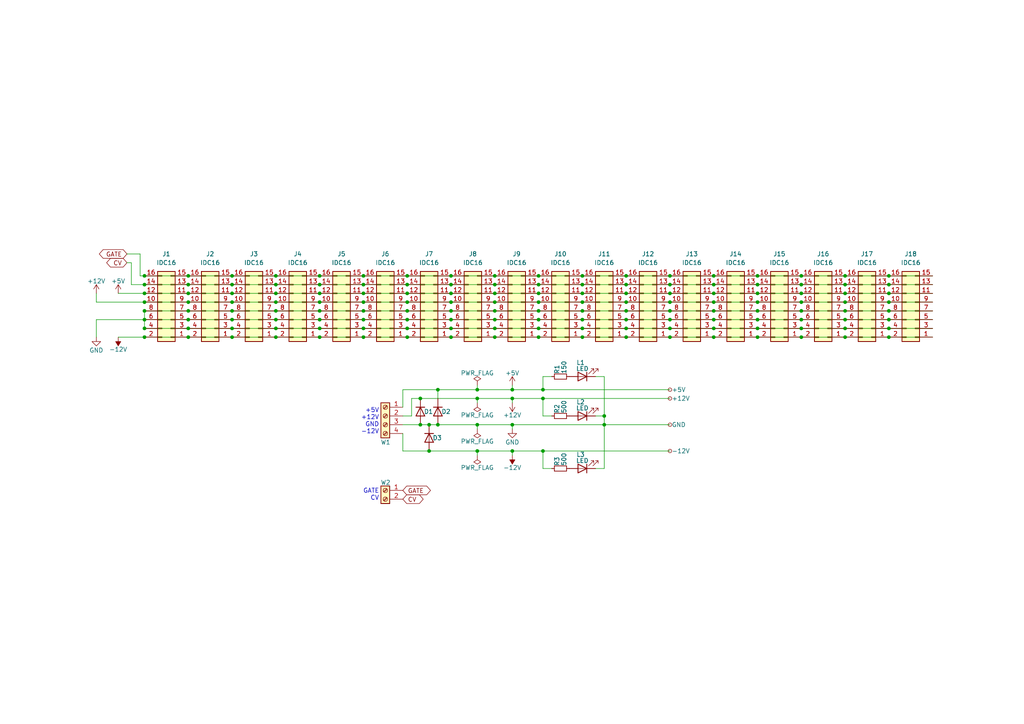
<source format=kicad_sch>
(kicad_sch (version 20231120) (generator "eeschema") (generator_version "8.0")
  (paper "A4")
  (title_block (title "Eurorack Power Bus") (date "2024-07-08") (rev "1.0.0") (company "MESSIËR") (comment 4 "Author: Chris Karcz"))
  (lib_symbols
    (symbol "Connector:Screw_Terminal_01x02" (pin_names (offset 1.016) hide)
      (property "Reference" "J" (at 0 2.54 0))
      (property "Value" "Screw_Terminal_01x02" (at 0 -5.08 0))
      (symbol "Screw_Terminal_01x02_1_1"
        (rectangle (start -1.27 1.27) (end 1.27 -3.81) (stroke (width 0.254)) (fill (type background)))
        (circle (center 0 -2.54) (radius 0.635) (stroke (width 0.1524)))
        (polyline (pts (xy -0.5334 -2.2098) (xy 0.3302 -3.048)) (stroke (width 0.1524)))
        (polyline (pts (xy -0.5334 0.3302) (xy 0.3302 -0.508)) (stroke (width 0.1524)))
        (polyline (pts (xy -0.3556 -2.032) (xy 0.508 -2.8702)) (stroke (width 0.1524)))
        (polyline (pts (xy -0.3556 0.508) (xy 0.508 -0.3302)) (stroke (width 0.1524)))
        (circle (center 0 0) (radius 0.635) (stroke (width 0.1524)))
        (pin passive line (at -5.08 0 0) (length 3.81) (name "Pin_1") (number "1"))
        (pin passive line (at -5.08 -2.54 0) (length 3.81) (name "Pin_2") (number "2"))
      )
    )
    (symbol "Connector:Screw_Terminal_01x04" (pin_names (offset 1.016) hide)
      (property "Reference" "J" (at 0 5.08 0))
      (property "Value" "Screw_Terminal_01x04" (at 0 -7.62 0))
      (symbol "Screw_Terminal_01x04_1_1"
        (rectangle (start -1.27 3.81) (end 1.27 -6.35) (stroke (width 0.254)) (fill (type background)))
        (circle (center 0 -5.08) (radius 0.635) (stroke (width 0.1524)))
        (circle (center 0 -2.54) (radius 0.635) (stroke (width 0.1524)))
        (polyline (pts (xy -0.5334 -4.7498) (xy 0.3302 -5.588)) (stroke (width 0.1524)))
        (polyline (pts (xy -0.5334 -2.2098) (xy 0.3302 -3.048)) (stroke (width 0.1524)))
        (polyline (pts (xy -0.5334 0.3302) (xy 0.3302 -0.508)) (stroke (width 0.1524)))
        (polyline (pts (xy -0.5334 2.8702) (xy 0.3302 2.032)) (stroke (width 0.1524)))
        (polyline (pts (xy -0.3556 -4.572) (xy 0.508 -5.4102)) (stroke (width 0.1524)))
        (polyline (pts (xy -0.3556 -2.032) (xy 0.508 -2.8702)) (stroke (width 0.1524)))
        (polyline (pts (xy -0.3556 0.508) (xy 0.508 -0.3302)) (stroke (width 0.1524)))
        (polyline (pts (xy -0.3556 3.048) (xy 0.508 2.2098)) (stroke (width 0.1524)))
        (circle (center 0 0) (radius 0.635) (stroke (width 0.1524)))
        (circle (center 0 2.54) (radius 0.635) (stroke (width 0.1524)))
        (pin passive line (at -5.08 2.54 0) (length 3.81) (name "Pin_1") (number "1"))
        (pin passive line (at -5.08 0 0) (length 3.81) (name "Pin_2") (number "2"))
        (pin passive line (at -5.08 -2.54 0) (length 3.81) (name "Pin_3") (number "3"))
        (pin passive line (at -5.08 -5.08 0) (length 3.81) (name "Pin_4") (number "4"))
      )
    )
    (symbol "Connector:TestPoint_Small" (pin_numbers hide) (pin_names (offset 0.762) hide)
      (property "Reference" "TP" (at 0 3.81 0))
      (property "Value" "TestPoint_Small" (at 0 2.032 0))
      (symbol "TestPoint_Small_0_1"
        (circle (center 0 0) (radius 0.508))
      )
      (symbol "TestPoint_Small_1_1"
        (pin passive line (at 0 0 90) (length 0) (name "1") (number "1"))
      )
    )
    (symbol "Connector_Generic:Conn_02x08_Odd_Even" (pin_names (offset 1.016) hide)
      (property "Reference" "J" (at 1.27 10.16 0))
      (property "Value" "Conn_02x08_Odd_Even" (at 1.27 -12.7 0))
      (symbol "Conn_02x08_Odd_Even_1_1"
        (rectangle (start -1.27 -10.033) (end 0 -10.287) (stroke (width 0.1524)))
        (rectangle (start -1.27 -7.493) (end 0 -7.747) (stroke (width 0.1524)))
        (rectangle (start -1.27 -4.953) (end 0 -5.207) (stroke (width 0.1524)))
        (rectangle (start -1.27 -2.413) (end 0 -2.667) (stroke (width 0.1524)))
        (rectangle (start -1.27 0.127) (end 0 -0.127) (stroke (width 0.1524)))
        (rectangle (start -1.27 2.667) (end 0 2.413) (stroke (width 0.1524)))
        (rectangle (start -1.27 5.207) (end 0 4.953) (stroke (width 0.1524)))
        (rectangle (start -1.27 7.747) (end 0 7.493) (stroke (width 0.1524)))
        (rectangle (start -1.27 8.89) (end 3.81 -11.43) (stroke (width 0.254)) (fill (type background)))
        (rectangle (start 3.81 -10.033) (end 2.54 -10.287) (stroke (width 0.1524)))
        (rectangle (start 3.81 -7.493) (end 2.54 -7.747) (stroke (width 0.1524)))
        (rectangle (start 3.81 -4.953) (end 2.54 -5.207) (stroke (width 0.1524)))
        (rectangle (start 3.81 -2.413) (end 2.54 -2.667) (stroke (width 0.1524)))
        (rectangle (start 3.81 0.127) (end 2.54 -0.127) (stroke (width 0.1524)))
        (rectangle (start 3.81 2.667) (end 2.54 2.413) (stroke (width 0.1524)))
        (rectangle (start 3.81 5.207) (end 2.54 4.953) (stroke (width 0.1524)))
        (rectangle (start 3.81 7.747) (end 2.54 7.493) (stroke (width 0.1524)))
        (pin passive line (at -5.08 7.62 0) (length 3.81) (name "Pin_1") (number "1"))
        (pin passive line (at 7.62 -2.54 180) (length 3.81) (name "Pin_10") (number "10"))
        (pin passive line (at -5.08 -5.08 0) (length 3.81) (name "Pin_11") (number "11"))
        (pin passive line (at 7.62 -5.08 180) (length 3.81) (name "Pin_12") (number "12"))
        (pin passive line (at -5.08 -7.62 0) (length 3.81) (name "Pin_13") (number "13"))
        (pin passive line (at 7.62 -7.62 180) (length 3.81) (name "Pin_14") (number "14"))
        (pin passive line (at -5.08 -10.16 0) (length 3.81) (name "Pin_15") (number "15"))
        (pin passive line (at 7.62 -10.16 180) (length 3.81) (name "Pin_16") (number "16"))
        (pin passive line (at 7.62 7.62 180) (length 3.81) (name "Pin_2") (number "2"))
        (pin passive line (at -5.08 5.08 0) (length 3.81) (name "Pin_3") (number "3"))
        (pin passive line (at 7.62 5.08 180) (length 3.81) (name "Pin_4") (number "4"))
        (pin passive line (at -5.08 2.54 0) (length 3.81) (name "Pin_5") (number "5"))
        (pin passive line (at 7.62 2.54 180) (length 3.81) (name "Pin_6") (number "6"))
        (pin passive line (at -5.08 0 0) (length 3.81) (name "Pin_7") (number "7"))
        (pin passive line (at 7.62 0 180) (length 3.81) (name "Pin_8") (number "8"))
        (pin passive line (at -5.08 -2.54 0) (length 3.81) (name "Pin_9") (number "9"))
      )
    )
    (symbol "Device:LED" (pin_numbers hide) (pin_names (offset 1.016) hide)
      (property "Reference" "D" (at 0 2.54 0))
      (property "Value" "LED" (at 0 -2.54 0))
      (symbol "LED_0_1"
        (polyline (pts (xy -1.27 -1.27) (xy -1.27 1.27)) (stroke (width 0.254)))
        (polyline (pts (xy -1.27 0) (xy 1.27 0)))
        (polyline (pts (xy 1.27 -1.27) (xy 1.27 1.27) (xy -1.27 0) (xy 1.27 -1.27)) (stroke (width 0.254)))
        (polyline (pts (xy -3.048 -0.762) (xy -4.572 -2.286) (xy -3.81 -2.286) (xy -4.572 -2.286) (xy -4.572 -1.524)))
        (polyline (pts (xy -1.778 -0.762) (xy -3.302 -2.286) (xy -2.54 -2.286) (xy -3.302 -2.286) (xy -3.302 -1.524)))
      )
      (symbol "LED_1_1"
        (pin passive line (at -3.81 0 0) (length 2.54) (name "K") (number "1"))
        (pin passive line (at 3.81 0 180) (length 2.54) (name "A") (number "2"))
      )
    )
    (symbol "Device:R_Small" (pin_numbers hide) (pin_names (offset 0.254) hide)
      (property "Reference" "R" (at 0.762 0.508 0))
      (property "Value" "R_Small" (at 0.762 -1.016 0))
      (symbol "R_Small_0_1"
        (rectangle (start -0.762 1.778) (end 0.762 -1.778) (stroke (width 0.2032)))
      )
      (symbol "R_Small_1_1"
        (pin passive line (at 0 2.54 270) (length 0.762) (name "~") (number "1"))
        (pin passive line (at 0 -2.54 90) (length 0.762) (name "~") (number "2"))
      )
    )
    (symbol "Diode:1N4004" (pin_numbers hide) (pin_names hide)
      (property "Reference" "D" (at 0 2.54 0))
      (property "Value" "1N4004" (at 0 -2.54 0))
      (symbol "1N4004_0_1"
        (polyline (pts (xy -1.27 1.27) (xy -1.27 -1.27)) (stroke (width 0.254)))
        (polyline (pts (xy 1.27 0) (xy -1.27 0)))
        (polyline (pts (xy 1.27 1.27) (xy 1.27 -1.27) (xy -1.27 0) (xy 1.27 1.27)) (stroke (width 0.254)))
      )
      (symbol "1N4004_1_1"
        (pin passive line (at -3.81 0 0) (length 2.54) (name "K") (number "1"))
        (pin passive line (at 3.81 0 180) (length 2.54) (name "A") (number "2"))
      )
    )
    (symbol "power:+12V" (power) (pin_numbers hide) (pin_names (offset 0) hide)
      (property "Value" "+12V" (at 0 3.556 0))
      (symbol "+12V_0_1"
        (polyline (pts (xy -0.762 1.27) (xy 0 2.54)))
        (polyline (pts (xy 0 0) (xy 0 2.54)))
        (polyline (pts (xy 0 2.54) (xy 0.762 1.27)))
      )
      (symbol "+12V_1_1"
        (pin power_in line (at 0 0 90) (length 0) (name "~") (number "1"))
      )
    )
    (symbol "power:+5V" (power) (pin_numbers hide) (pin_names (offset 0) hide)
      (property "Value" "+5V" (at 0 3.556 0))
      (symbol "+5V_0_1"
        (polyline (pts (xy -0.762 1.27) (xy 0 2.54)))
        (polyline (pts (xy 0 0) (xy 0 2.54)))
        (polyline (pts (xy 0 2.54) (xy 0.762 1.27)))
      )
      (symbol "+5V_1_1"
        (pin power_in line (at 0 0 90) (length 0) (name "~") (number "1"))
      )
    )
    (symbol "power:-12V" (power) (pin_numbers hide) (pin_names (offset 0) hide)
      (property "Value" "-12V" (at 0 3.556 0))
      (symbol "-12V_0_0"
        (pin power_in line (at 0 0 90) (length 0) (name "~") (number "1"))
      )
      (symbol "-12V_0_1"
        (polyline (pts (xy 0 0) (xy 0 1.27) (xy 0.762 1.27) (xy 0 2.54) (xy -0.762 1.27) (xy 0 1.27)) (fill (type outline)))
      )
    )
    (symbol "power:GND" (power) (pin_numbers hide) (pin_names (offset 0) hide)
      (property "Value" "GND" (at 0 -3.81 0))
      (symbol "GND_0_1"
        (polyline (pts (xy 0 0) (xy 0 -1.27) (xy 1.27 -1.27) (xy 0 -2.54) (xy -1.27 -1.27) (xy 0 -1.27)))
      )
      (symbol "GND_1_1"
        (pin power_in line (at 0 0 270) (length 0) (name "~") (number "1"))
      )
    )
    (symbol "power:PWR_FLAG" (power) (pin_numbers hide) (pin_names (offset 0) hide)
      (property "Value" "PWR_FLAG" (at 0 3.81 0))
      (symbol "PWR_FLAG_0_0"
        (pin power_out line (at 0 0 90) (length 0) (name "~") (number "1"))
      )
      (symbol "PWR_FLAG_0_1"
        (polyline (pts (xy 0 0) (xy 0 1.27) (xy -1.016 1.905) (xy 0 2.54) (xy 1.016 1.905) (xy 0 1.27)))
      )
    )
  )
  (junction (at 118.11 90.17))
  (junction (at 194.31 80.01))
  (junction (at 130.81 97.79))
  (junction (at 41.91 87.63))
  (junction (at 232.41 95.25))
  (junction (at 67.31 95.25))
  (junction (at 54.61 85.09))
  (junction (at 54.61 97.79))
  (junction (at 148.59 130.81))
  (junction (at 143.51 95.25))
  (junction (at 219.71 90.17))
  (junction (at 105.41 80.01))
  (junction (at 130.81 95.25))
  (junction (at 219.71 92.71))
  (junction (at 156.21 97.79))
  (junction (at 130.81 85.09))
  (junction (at 219.71 80.01))
  (junction (at 143.51 80.01))
  (junction (at 156.21 82.55))
  (junction (at 118.11 87.63))
  (junction (at 138.43 115.57))
  (junction (at 194.31 95.25))
  (junction (at 232.41 97.79))
  (junction (at 41.91 95.25))
  (junction (at 143.51 85.09))
  (junction (at 257.81 87.63))
  (junction (at 257.81 95.25))
  (junction (at 124.46 123.19))
  (junction (at 168.91 87.63))
  (junction (at 207.01 95.25))
  (junction (at 207.01 92.71))
  (junction (at 92.71 82.55))
  (junction (at 54.61 92.71))
  (junction (at 148.59 115.57))
  (junction (at 105.41 97.79))
  (junction (at 130.81 90.17))
  (junction (at 181.61 87.63))
  (junction (at 54.61 90.17))
  (junction (at 80.01 87.63))
  (junction (at 138.43 113.03))
  (junction (at 245.11 80.01))
  (junction (at 181.61 97.79))
  (junction (at 156.21 90.17))
  (junction (at 207.01 80.01))
  (junction (at 80.01 82.55))
  (junction (at 80.01 90.17))
  (junction (at 175.26 120.65))
  (junction (at 67.31 97.79))
  (junction (at 207.01 87.63))
  (junction (at 194.31 85.09))
  (junction (at 127 113.03))
  (junction (at 80.01 80.01))
  (junction (at 41.91 82.55))
  (junction (at 118.11 85.09))
  (junction (at 105.41 92.71))
  (junction (at 143.51 82.55))
  (junction (at 245.11 95.25))
  (junction (at 181.61 90.17))
  (junction (at 257.81 97.79))
  (junction (at 143.51 87.63))
  (junction (at 156.21 95.25))
  (junction (at 80.01 95.25))
  (junction (at 67.31 87.63))
  (junction (at 54.61 95.25))
  (junction (at 181.61 92.71))
  (junction (at 105.41 95.25))
  (junction (at 127 123.19))
  (junction (at 54.61 87.63))
  (junction (at 168.91 85.09))
  (junction (at 181.61 80.01))
  (junction (at 232.41 80.01))
  (junction (at 157.48 130.81))
  (junction (at 168.91 95.25))
  (junction (at 92.71 87.63))
  (junction (at 118.11 82.55))
  (junction (at 219.71 97.79))
  (junction (at 67.31 92.71))
  (junction (at 92.71 95.25))
  (junction (at 92.71 90.17))
  (junction (at 257.81 80.01))
  (junction (at 232.41 87.63))
  (junction (at 80.01 97.79))
  (junction (at 207.01 90.17))
  (junction (at 232.41 92.71))
  (junction (at 92.71 85.09))
  (junction (at 245.11 82.55))
  (junction (at 105.41 87.63))
  (junction (at 219.71 82.55))
  (junction (at 67.31 85.09))
  (junction (at 245.11 90.17))
  (junction (at 143.51 92.71))
  (junction (at 232.41 85.09))
  (junction (at 245.11 87.63))
  (junction (at 156.21 80.01))
  (junction (at 41.91 85.09))
  (junction (at 41.91 92.71))
  (junction (at 138.43 123.19))
  (junction (at 118.11 80.01))
  (junction (at 157.48 115.57))
  (junction (at 118.11 92.71))
  (junction (at 175.26 123.19))
  (junction (at 67.31 80.01))
  (junction (at 80.01 85.09))
  (junction (at 232.41 82.55))
  (junction (at 105.41 85.09))
  (junction (at 41.91 80.01))
  (junction (at 80.01 92.71))
  (junction (at 157.48 113.03))
  (junction (at 207.01 85.09))
  (junction (at 92.71 80.01))
  (junction (at 54.61 82.55))
  (junction (at 194.31 90.17))
  (junction (at 207.01 82.55))
  (junction (at 219.71 85.09))
  (junction (at 245.11 97.79))
  (junction (at 168.91 90.17))
  (junction (at 118.11 95.25))
  (junction (at 257.81 85.09))
  (junction (at 232.41 90.17))
  (junction (at 130.81 92.71))
  (junction (at 105.41 82.55))
  (junction (at 181.61 82.55))
  (junction (at 130.81 87.63))
  (junction (at 143.51 97.79))
  (junction (at 156.21 85.09))
  (junction (at 257.81 90.17))
  (junction (at 124.46 130.81))
  (junction (at 156.21 87.63))
  (junction (at 92.71 97.79))
  (junction (at 41.91 97.79))
  (junction (at 181.61 95.25))
  (junction (at 245.11 92.71))
  (junction (at 148.59 123.19))
  (junction (at 181.61 85.09))
  (junction (at 245.11 85.09))
  (junction (at 257.81 82.55))
  (junction (at 67.31 90.17))
  (junction (at 54.61 80.01))
  (junction (at 194.31 87.63))
  (junction (at 105.41 90.17))
  (junction (at 257.81 92.71))
  (junction (at 219.71 95.25))
  (junction (at 92.71 92.71))
  (junction (at 194.31 82.55))
  (junction (at 138.43 130.81))
  (junction (at 219.71 87.63))
  (junction (at 156.21 92.71))
  (junction (at 121.92 123.19))
  (junction (at 41.91 90.17))
  (junction (at 168.91 92.71))
  (junction (at 194.31 97.79))
  (junction (at 121.92 115.57))
  (junction (at 207.01 97.79))
  (junction (at 67.31 82.55))
  (junction (at 130.81 80.01))
  (junction (at 143.51 90.17))
  (junction (at 118.11 97.79))
  (junction (at 168.91 80.01))
  (junction (at 130.81 82.55))
  (junction (at 194.31 92.71))
  (junction (at 168.91 82.55))
  (junction (at 148.59 113.03))
  (junction (at 168.91 97.79))
  (wire (pts (xy 130.81 92.71) (xy 143.51 92.71)))
  (wire (pts (xy 148.59 123.19) (xy 175.26 123.19)))
  (wire (pts (xy 67.31 87.63) (xy 80.01 87.63)))
  (wire (pts (xy 67.31 97.79) (xy 80.01 97.79)))
  (wire (pts (xy 105.41 92.71) (xy 118.11 92.71)))
  (wire (pts (xy 138.43 116.84) (xy 138.43 115.57)))
  (wire (pts (xy 156.21 92.71) (xy 168.91 92.71)))
  (wire (pts (xy 156.21 80.01) (xy 168.91 80.01)))
  (wire (pts (xy 67.31 90.17) (xy 80.01 90.17)))
  (wire (pts (xy 148.59 124.46) (xy 148.59 123.19)))
  (wire (pts (xy 80.01 82.55) (xy 92.71 82.55)))
  (wire (pts (xy 92.71 85.09) (xy 105.41 85.09)))
  (wire (pts (xy 138.43 130.81) (xy 148.59 130.81)))
  (wire (pts (xy 156.21 95.25) (xy 168.91 95.25)))
  (wire (pts (xy 127 115.57) (xy 127 113.03)))
  (wire (pts (xy 41.91 87.63) (xy 54.61 87.63)))
  (wire (pts (xy 207.01 95.25) (xy 219.71 95.25)))
  (wire (pts (xy 80.01 90.17) (xy 92.71 90.17)))
  (wire (pts (xy 105.41 82.55) (xy 118.11 82.55)))
  (wire (pts (xy 157.48 135.89) (xy 160.02 135.89)))
  (wire (pts (xy 143.51 95.25) (xy 156.21 95.25)))
  (wire (pts (xy 257.81 92.71) (xy 270.51 92.71)))
  (wire (pts (xy 54.61 95.25) (xy 67.31 95.25)))
  (wire (pts (xy 118.11 92.71) (xy 130.81 92.71)))
  (wire (pts (xy 130.81 82.55) (xy 143.51 82.55)))
  (wire (pts (xy 257.81 97.79) (xy 270.51 97.79)))
  (wire (pts (xy 36.83 76.2) (xy 38.1 76.2)))
  (wire (pts (xy 207.01 90.17) (xy 219.71 90.17)))
  (wire (pts (xy 27.94 85.09) (xy 27.94 87.63)))
  (wire (pts (xy 232.41 97.79) (xy 245.11 97.79)))
  (wire (pts (xy 219.71 87.63) (xy 232.41 87.63)))
  (wire (pts (xy 34.29 97.79) (xy 41.91 97.79)))
  (wire (pts (xy 181.61 80.01) (xy 194.31 80.01)))
  (wire (pts (xy 130.81 95.25) (xy 143.51 95.25)))
  (wire (pts (xy 118.11 95.25) (xy 130.81 95.25)))
  (wire (pts (xy 67.31 85.09) (xy 80.01 85.09)))
  (wire (pts (xy 181.61 90.17) (xy 194.31 90.17)))
  (wire (pts (xy 143.51 97.79) (xy 156.21 97.79)))
  (wire (pts (xy 41.91 90.17) (xy 54.61 90.17)))
  (wire (pts (xy 245.11 97.79) (xy 257.81 97.79)))
  (wire (pts (xy 67.31 80.01) (xy 80.01 80.01)))
  (wire (pts (xy 168.91 87.63) (xy 181.61 87.63)))
  (wire (pts (xy 245.11 95.25) (xy 257.81 95.25)))
  (wire (pts (xy 157.48 109.22) (xy 160.02 109.22)))
  (wire (pts (xy 175.26 123.19) (xy 194.31 123.19)))
  (wire (pts (xy 172.72 120.65) (xy 175.26 120.65)))
  (wire (pts (xy 219.71 82.55) (xy 232.41 82.55)))
  (wire (pts (xy 124.46 130.81) (xy 138.43 130.81)))
  (wire (pts (xy 245.11 92.71) (xy 257.81 92.71)))
  (wire (pts (xy 257.81 87.63) (xy 270.51 87.63)))
  (wire (pts (xy 181.61 85.09) (xy 194.31 85.09)))
  (wire (pts (xy 80.01 87.63) (xy 92.71 87.63)))
  (wire (pts (xy 168.91 95.25) (xy 181.61 95.25)))
  (wire (pts (xy 156.21 97.79) (xy 168.91 97.79)))
  (wire (pts (xy 119.38 115.57) (xy 119.38 120.65)))
  (wire (pts (xy 27.94 92.71) (xy 27.94 97.79)))
  (wire (pts (xy 80.01 85.09) (xy 92.71 85.09)))
  (wire (pts (xy 207.01 82.55) (xy 219.71 82.55)))
  (wire (pts (xy 127 113.03) (xy 138.43 113.03)))
  (wire (pts (xy 118.11 87.63) (xy 130.81 87.63)))
  (wire (pts (xy 105.41 97.79) (xy 118.11 97.79)))
  (wire (pts (xy 124.46 123.19) (xy 127 123.19)))
  (wire (pts (xy 118.11 82.55) (xy 130.81 82.55)))
  (wire (pts (xy 257.81 80.01) (xy 270.51 80.01)))
  (wire (pts (xy 257.81 95.25) (xy 270.51 95.25)))
  (wire (pts (xy 105.41 95.25) (xy 118.11 95.25)))
  (wire (pts (xy 232.41 90.17) (xy 245.11 90.17)))
  (wire (pts (xy 130.81 87.63) (xy 143.51 87.63)))
  (wire (pts (xy 41.91 80.01) (xy 54.61 80.01)))
  (wire (pts (xy 219.71 90.17) (xy 232.41 90.17)))
  (wire (pts (xy 148.59 115.57) (xy 157.48 115.57)))
  (wire (pts (xy 92.71 80.01) (xy 105.41 80.01)))
  (wire (pts (xy 119.38 115.57) (xy 121.92 115.57)))
  (wire (pts (xy 92.71 87.63) (xy 105.41 87.63)))
  (wire (pts (xy 118.11 97.79) (xy 130.81 97.79)))
  (wire (pts (xy 168.91 85.09) (xy 181.61 85.09)))
  (wire (pts (xy 175.26 109.22) (xy 175.26 120.65)))
  (wire (pts (xy 148.59 111.76) (xy 148.59 113.03)))
  (wire (pts (xy 245.11 90.17) (xy 257.81 90.17)))
  (wire (pts (xy 116.84 130.81) (xy 124.46 130.81)))
  (wire (pts (xy 143.51 90.17) (xy 156.21 90.17)))
  (wire (pts (xy 219.71 95.25) (xy 232.41 95.25)))
  (wire (pts (xy 41.91 90.17) (xy 41.91 92.71)))
  (wire (pts (xy 194.31 87.63) (xy 207.01 87.63)))
  (wire (pts (xy 121.92 115.57) (xy 138.43 115.57)))
  (wire (pts (xy 181.61 97.79) (xy 194.31 97.79)))
  (wire (pts (xy 207.01 92.71) (xy 219.71 92.71)))
  (wire (pts (xy 36.83 73.66) (xy 40.64 73.66)))
  (wire (pts (xy 181.61 92.71) (xy 194.31 92.71)))
  (wire (pts (xy 194.31 85.09) (xy 207.01 85.09)))
  (wire (pts (xy 168.91 97.79) (xy 181.61 97.79)))
  (wire (pts (xy 80.01 80.01) (xy 92.71 80.01)))
  (wire (pts (xy 138.43 115.57) (xy 148.59 115.57)))
  (wire (pts (xy 116.84 125.73) (xy 116.84 130.81)))
  (wire (pts (xy 257.81 82.55) (xy 270.51 82.55)))
  (wire (pts (xy 105.41 80.01) (xy 118.11 80.01)))
  (wire (pts (xy 41.91 97.79) (xy 54.61 97.79)))
  (wire (pts (xy 92.71 95.25) (xy 105.41 95.25)))
  (wire (pts (xy 148.59 113.03) (xy 157.48 113.03)))
  (wire (pts (xy 92.71 90.17) (xy 105.41 90.17)))
  (wire (pts (xy 219.71 80.01) (xy 232.41 80.01)))
  (wire (pts (xy 130.81 85.09) (xy 143.51 85.09)))
  (wire (pts (xy 27.94 92.71) (xy 41.91 92.71)))
  (wire (pts (xy 118.11 90.17) (xy 130.81 90.17)))
  (wire (pts (xy 105.41 87.63) (xy 118.11 87.63)))
  (wire (pts (xy 127 123.19) (xy 138.43 123.19)))
  (wire (pts (xy 54.61 85.09) (xy 67.31 85.09)))
  (wire (pts (xy 92.71 82.55) (xy 105.41 82.55)))
  (wire (pts (xy 175.26 120.65) (xy 175.26 123.19)))
  (wire (pts (xy 41.91 92.71) (xy 41.91 95.25)))
  (wire (pts (xy 138.43 113.03) (xy 148.59 113.03)))
  (wire (pts (xy 138.43 130.81) (xy 138.43 132.08)))
  (wire (pts (xy 130.81 80.01) (xy 143.51 80.01)))
  (wire (pts (xy 138.43 123.19) (xy 148.59 123.19)))
  (wire (pts (xy 116.84 123.19) (xy 121.92 123.19)))
  (wire (pts (xy 157.48 120.65) (xy 160.02 120.65)))
  (wire (pts (xy 245.11 85.09) (xy 257.81 85.09)))
  (wire (pts (xy 194.31 82.55) (xy 207.01 82.55)))
  (wire (pts (xy 156.21 82.55) (xy 168.91 82.55)))
  (wire (pts (xy 181.61 82.55) (xy 194.31 82.55)))
  (wire (pts (xy 80.01 95.25) (xy 92.71 95.25)))
  (wire (pts (xy 207.01 80.01) (xy 219.71 80.01)))
  (wire (pts (xy 54.61 82.55) (xy 67.31 82.55)))
  (wire (pts (xy 92.71 92.71) (xy 105.41 92.71)))
  (wire (pts (xy 168.91 82.55) (xy 181.61 82.55)))
  (wire (pts (xy 143.51 87.63) (xy 156.21 87.63)))
  (wire (pts (xy 116.84 113.03) (xy 127 113.03)))
  (wire (pts (xy 54.61 87.63) (xy 67.31 87.63)))
  (wire (pts (xy 194.31 80.01) (xy 207.01 80.01)))
  (wire (pts (xy 148.59 130.81) (xy 148.59 132.08)))
  (wire (pts (xy 156.21 85.09) (xy 168.91 85.09)))
  (wire (pts (xy 80.01 97.79) (xy 92.71 97.79)))
  (wire (pts (xy 67.31 95.25) (xy 80.01 95.25)))
  (wire (pts (xy 118.11 85.09) (xy 130.81 85.09)))
  (wire (pts (xy 143.51 85.09) (xy 156.21 85.09)))
  (wire (pts (xy 148.59 116.84) (xy 148.59 115.57)))
  (wire (pts (xy 232.41 85.09) (xy 245.11 85.09)))
  (wire (pts (xy 38.1 82.55) (xy 41.91 82.55)))
  (wire (pts (xy 40.64 80.01) (xy 41.91 80.01)))
  (wire (pts (xy 232.41 80.01) (xy 245.11 80.01)))
  (wire (pts (xy 54.61 92.71) (xy 67.31 92.71)))
  (wire (pts (xy 219.71 85.09) (xy 232.41 85.09)))
  (wire (pts (xy 157.48 113.03) (xy 194.31 113.03)))
  (wire (pts (xy 168.91 90.17) (xy 181.61 90.17)))
  (wire (pts (xy 219.71 97.79) (xy 232.41 97.79)))
  (wire (pts (xy 232.41 92.71) (xy 245.11 92.71)))
  (wire (pts (xy 157.48 115.57) (xy 157.48 120.65)))
  (wire (pts (xy 219.71 92.71) (xy 232.41 92.71)))
  (wire (pts (xy 138.43 113.03) (xy 138.43 111.76)))
  (wire (pts (xy 194.31 90.17) (xy 207.01 90.17)))
  (wire (pts (xy 194.31 97.79) (xy 207.01 97.79)))
  (wire (pts (xy 181.61 95.25) (xy 194.31 95.25)))
  (wire (pts (xy 157.48 130.81) (xy 157.48 135.89)))
  (wire (pts (xy 121.92 123.19) (xy 124.46 123.19)))
  (wire (pts (xy 40.64 73.66) (xy 40.64 80.01)))
  (wire (pts (xy 172.72 109.22) (xy 175.26 109.22)))
  (wire (pts (xy 105.41 85.09) (xy 118.11 85.09)))
  (wire (pts (xy 157.48 109.22) (xy 157.48 113.03)))
  (wire (pts (xy 156.21 90.17) (xy 168.91 90.17)))
  (wire (pts (xy 54.61 80.01) (xy 67.31 80.01)))
  (wire (pts (xy 67.31 82.55) (xy 80.01 82.55)))
  (wire (pts (xy 257.81 90.17) (xy 270.51 90.17)))
  (wire (pts (xy 232.41 87.63) (xy 245.11 87.63)))
  (wire (pts (xy 175.26 123.19) (xy 175.26 135.89)))
  (wire (pts (xy 168.91 80.01) (xy 181.61 80.01)))
  (wire (pts (xy 38.1 76.2) (xy 38.1 82.55)))
  (wire (pts (xy 245.11 80.01) (xy 257.81 80.01)))
  (wire (pts (xy 207.01 87.63) (xy 219.71 87.63)))
  (wire (pts (xy 232.41 82.55) (xy 245.11 82.55)))
  (wire (pts (xy 41.91 82.55) (xy 54.61 82.55)))
  (wire (pts (xy 257.81 85.09) (xy 270.51 85.09)))
  (wire (pts (xy 116.84 120.65) (xy 119.38 120.65)))
  (wire (pts (xy 168.91 92.71) (xy 181.61 92.71)))
  (wire (pts (xy 245.11 87.63) (xy 257.81 87.63)))
  (wire (pts (xy 143.51 80.01) (xy 156.21 80.01)))
  (wire (pts (xy 92.71 97.79) (xy 105.41 97.79)))
  (wire (pts (xy 194.31 92.71) (xy 207.01 92.71)))
  (wire (pts (xy 41.91 95.25) (xy 54.61 95.25)))
  (wire (pts (xy 105.41 90.17) (xy 118.11 90.17)))
  (wire (pts (xy 34.29 85.09) (xy 41.91 85.09)))
  (wire (pts (xy 67.31 92.71) (xy 80.01 92.71)))
  (wire (pts (xy 143.51 82.55) (xy 156.21 82.55)))
  (wire (pts (xy 41.91 85.09) (xy 54.61 85.09)))
  (wire (pts (xy 157.48 130.81) (xy 194.31 130.81)))
  (wire (pts (xy 138.43 123.19) (xy 138.43 124.46)))
  (wire (pts (xy 130.81 90.17) (xy 143.51 90.17)))
  (wire (pts (xy 181.61 87.63) (xy 194.31 87.63)))
  (wire (pts (xy 118.11 80.01) (xy 130.81 80.01)))
  (wire (pts (xy 172.72 135.89) (xy 175.26 135.89)))
  (wire (pts (xy 27.94 87.63) (xy 41.91 87.63)))
  (wire (pts (xy 54.61 97.79) (xy 67.31 97.79)))
  (wire (pts (xy 232.41 95.25) (xy 245.11 95.25)))
  (wire (pts (xy 194.31 95.25) (xy 207.01 95.25)))
  (wire (pts (xy 148.59 130.81) (xy 157.48 130.81)))
  (wire (pts (xy 245.11 82.55) (xy 257.81 82.55)))
  (wire (pts (xy 54.61 90.17) (xy 67.31 90.17)))
  (wire (pts (xy 156.21 87.63) (xy 168.91 87.63)))
  (wire (pts (xy 207.01 85.09) (xy 219.71 85.09)))
  (wire (pts (xy 143.51 92.71) (xy 156.21 92.71)))
  (wire (pts (xy 130.81 97.79) (xy 143.51 97.79)))
  (wire (pts (xy 207.01 97.79) (xy 219.71 97.79)))
  (wire (pts (xy 41.91 92.71) (xy 54.61 92.71)))
  (wire (pts (xy 80.01 92.71) (xy 92.71 92.71)))
  (wire (pts (xy 116.84 113.03) (xy 116.84 118.11)))
  (wire (pts (xy 157.48 115.57) (xy 194.31 115.57)))
  (text "+5V\n+12V\nGND\n-12V" (at 109.982 122.174 0) (effects (font (size 1.27 1.27)) (justify right)))
  (text "GATE\nCV" (at 109.982 143.51 0) (effects (font (size 1.27 1.27)) (justify right)))
  (global_label "CV" (shape bidirectional) (at 116.84 144.78 0) (property "Intersheetrefs" "${INTERSHEET_REFS}" (effects (hide yes))))
  (global_label "GATE" (shape bidirectional) (at 116.84 142.24 0) (property "Intersheetrefs" "${INTERSHEET_REFS}" (effects (hide yes))))
  (global_label "GATE" (shape bidirectional) (at 36.83 73.66 180) (property "Intersheetrefs" "${INTERSHEET_REFS}" (effects (hide yes))))
  (global_label "CV" (shape bidirectional) (at 36.83 76.2 180) (property "Intersheetrefs" "${INTERSHEET_REFS}" (effects (hide yes))))
  (symbol (lib_id "Connector_Generic:Conn_02x08_Odd_Even") (at 151.13 90.17 180) (unit 1)
    (property "Reference" "J9" (at 149.86 73.66 0))
    (property "Value" "IDC16" (at 149.86 76.2 0))
    (property "Footprint" "Connector_IDC:IDC-Header_2x08_P2.54mm_Vertical" (effects (hide yes)))
    (property "Description" "Generic connector, double row, 02x08, odd/even pin numbering scheme (row 1 odd numbers, row 2 even numbers), script generated (kicad-library-utils/schlib/autogen/connector/)" (effects (hide yes)))
  )
  (symbol (lib_id "Connector_Generic:Conn_02x08_Odd_Even") (at 100.33 90.17 180) (unit 1)
    (property "Reference" "J5" (at 99.06 73.66 0))
    (property "Value" "IDC16" (at 99.06 76.2 0))
    (property "Footprint" "Connector_IDC:IDC-Header_2x08_P2.54mm_Vertical" (effects (hide yes)))
    (property "Description" "Generic connector, double row, 02x08, odd/even pin numbering scheme (row 1 odd numbers, row 2 even numbers), script generated (kicad-library-utils/schlib/autogen/connector/)" (effects (hide yes)))
  )
  (symbol (lib_id "Device:R_Small") (at 162.56 109.22 90) (unit 1)
    (property "Reference" "R1" (at 161.544 108.458 0) (effects (justify left)))
    (property "Value" "150" (at 163.576 108.458 0) (effects (justify left)))
    (property "Footprint" "Resistor_THT:R_Axial_DIN0207_L6.3mm_D2.5mm_P10.16mm_Horizontal" (effects (hide yes)))
    (property "Description" "510 Ohm 1/4W 1% Metal Film Resistor (exact value not required)" (effects (hide yes)))
    (property "URL" "https://www.taydaelectronics.com/resistors/1-4w-metal-film-resistors/10-x-resistor-510-ohm-1-4w-1-metal-film-pkg-of-10.html" (effects (hide yes)))
  )
  (symbol (lib_id "power:PWR_FLAG") (at 138.43 124.46 0) (mirror x) (unit 1)
    (property "Reference" "#FLG04" (effects (hide yes)))
    (property "Value" "PWR_FLAG" (at 138.43 128.016 0))
    (property "Description" "Special symbol for telling ERC where power comes from" (effects (hide yes)))
  )
  (symbol (lib_id "power:+5V") (at 34.29 85.09 0) (unit 1)
    (property "Reference" "#PWR05" (effects (hide yes)))
    (property "Value" "+5V" (at 34.29 81.534 0))
    (property "Description" "Power symbol creates a global label with name \"+5V\"" (effects (hide yes)))
  )
  (symbol (lib_id "Connector_Generic:Conn_02x08_Odd_Even") (at 176.53 90.17 180) (unit 1)
    (property "Reference" "J11" (at 175.26 73.66 0))
    (property "Value" "IDC16" (at 175.26 76.2 0))
    (property "Footprint" "Connector_IDC:IDC-Header_2x08_P2.54mm_Vertical" (effects (hide yes)))
    (property "Description" "Generic connector, double row, 02x08, odd/even pin numbering scheme (row 1 odd numbers, row 2 even numbers), script generated (kicad-library-utils/schlib/autogen/connector/)" (effects (hide yes)))
  )
  (symbol (lib_id "Connector_Generic:Conn_02x08_Odd_Even") (at 62.23 90.17 180) (unit 1)
    (property "Reference" "J2" (at 60.96 73.66 0))
    (property "Value" "IDC16" (at 60.96 76.2 0))
    (property "Footprint" "Connector_IDC:IDC-Header_2x08_P2.54mm_Vertical" (effects (hide yes)))
    (property "Description" "Generic connector, double row, 02x08, odd/even pin numbering scheme (row 1 odd numbers, row 2 even numbers), script generated (kicad-library-utils/schlib/autogen/connector/)" (effects (hide yes)))
  )
  (symbol (lib_id "Device:LED") (at 168.91 135.89 180) (unit 1)
    (property "Reference" "L3" (at 168.402 131.826 0))
    (property "Value" "LED" (at 168.91 133.604 0))
    (property "Footprint" "LED_THT:LED_D3.0mm" (effects (hide yes)))
    (property "Description" "3mm LED" (effects (hide yes)))
    (property "URL" "https://www.taydaelectronics.com/led-3mm-green.html" (effects (hide yes)))
  )
  (symbol (lib_id "Device:LED") (at 168.91 120.65 180) (unit 1)
    (property "Reference" "L2" (at 168.402 116.586 0))
    (property "Value" "LED" (at 168.91 118.364 0))
    (property "Footprint" "LED_THT:LED_D3.0mm" (effects (hide yes)))
    (property "Description" "3mm LED" (effects (hide yes)))
    (property "URL" "https://www.taydaelectronics.com/led-3mm-green.html" (effects (hide yes)))
  )
  (symbol (lib_id "Connector_Generic:Conn_02x08_Odd_Even") (at 138.43 90.17 180) (unit 1)
    (property "Reference" "J8" (at 137.16 73.66 0))
    (property "Value" "IDC16" (at 137.16 76.2 0))
    (property "Footprint" "Connector_IDC:IDC-Header_2x08_P2.54mm_Vertical" (effects (hide yes)))
    (property "Description" "Generic connector, double row, 02x08, odd/even pin numbering scheme (row 1 odd numbers, row 2 even numbers), script generated (kicad-library-utils/schlib/autogen/connector/)" (effects (hide yes)))
  )
  (symbol (lib_id "Connector_Generic:Conn_02x08_Odd_Even") (at 189.23 90.17 180) (unit 1)
    (property "Reference" "J12" (at 187.96 73.66 0))
    (property "Value" "IDC16" (at 187.96 76.2 0))
    (property "Footprint" "Connector_IDC:IDC-Header_2x08_P2.54mm_Vertical" (effects (hide yes)))
    (property "Description" "Generic connector, double row, 02x08, odd/even pin numbering scheme (row 1 odd numbers, row 2 even numbers), script generated (kicad-library-utils/schlib/autogen/connector/)" (effects (hide yes)))
  )
  (symbol (lib_id "Connector:TestPoint_Small") (at 194.31 115.57 0) (unit 1)
    (property "Reference" "TP2" (effects (hide yes)))
    (property "Value" "+12V" (at 194.818 115.57 0) (effects (justify left)))
    (property "Footprint" "TestPoint:TestPoint_THTPad_D1.5mm_Drill0.7mm" (effects (hide yes)))
    (property "Description" "Test Point" (effects (hide yes)))
  )
  (symbol (lib_id "Device:R_Small") (at 162.56 120.65 90) (unit 1)
    (property "Reference" "R2" (at 161.544 119.888 0) (effects (justify left)))
    (property "Value" "500" (at 163.576 119.888 0) (effects (justify left)))
    (property "Footprint" "Resistor_THT:R_Axial_DIN0207_L6.3mm_D2.5mm_P10.16mm_Horizontal" (effects (hide yes)))
    (property "Description" "510 Ohm 1/4W 1% Metal Film Resistor (exact value not required)" (effects (hide yes)))
    (property "URL" "https://www.taydaelectronics.com/resistors/1-4w-metal-film-resistors/10-x-resistor-510-ohm-1-4w-1-metal-film-pkg-of-10.html" (effects (hide yes)))
  )
  (symbol (lib_id "power:GND") (at 27.94 97.79 0) (unit 1)
    (property "Reference" "#PWR07" (effects (hide yes)))
    (property "Value" "GND" (at 27.94 101.6 0))
    (property "Description" "Power symbol creates a global label with name \"GND\" , ground" (effects (hide yes)))
  )
  (symbol (lib_id "Connector_Generic:Conn_02x08_Odd_Even") (at 265.43 90.17 180) (unit 1)
    (property "Reference" "J18" (at 264.16 73.66 0))
    (property "Value" "IDC16" (at 264.16 76.2 0))
    (property "Footprint" "Connector_IDC:IDC-Header_2x08_P2.54mm_Vertical" (effects (hide yes)))
    (property "Description" "Generic connector, double row, 02x08, odd/even pin numbering scheme (row 1 odd numbers, row 2 even numbers), script generated (kicad-library-utils/schlib/autogen/connector/)" (effects (hide yes)))
  )
  (symbol (lib_id "Connector_Generic:Conn_02x08_Odd_Even") (at 49.53 90.17 180) (unit 1)
    (property "Reference" "J1" (at 48.26 73.66 0))
    (property "Value" "IDC16" (at 48.26 76.2 0))
    (property "Footprint" "Connector_IDC:IDC-Header_2x08_P2.54mm_Vertical" (effects (hide yes)))
    (property "Description" "Generic connector, double row, 02x08, odd/even pin numbering scheme (row 1 odd numbers, row 2 even numbers), script generated (kicad-library-utils/schlib/autogen/connector/)" (effects (hide yes)))
  )
  (symbol (lib_id "Connector_Generic:Conn_02x08_Odd_Even") (at 214.63 90.17 180) (unit 1)
    (property "Reference" "J14" (at 213.36 73.66 0))
    (property "Value" "IDC16" (at 213.36 76.2 0))
    (property "Footprint" "Connector_IDC:IDC-Header_2x08_P2.54mm_Vertical" (effects (hide yes)))
    (property "Description" "Generic connector, double row, 02x08, odd/even pin numbering scheme (row 1 odd numbers, row 2 even numbers), script generated (kicad-library-utils/schlib/autogen/connector/)" (effects (hide yes)))
  )
  (symbol (lib_id "Connector:TestPoint_Small") (at 194.31 123.19 0) (unit 1)
    (property "Reference" "TP3" (effects (hide yes)))
    (property "Value" "GND" (at 194.818 123.19 0) (effects (justify left)))
    (property "Footprint" "TestPoint:TestPoint_THTPad_D1.5mm_Drill0.7mm" (effects (hide yes)))
    (property "Description" "Test Point" (effects (hide yes)))
  )
  (symbol (lib_id "Connector_Generic:Conn_02x08_Odd_Even") (at 163.83 90.17 180) (unit 1)
    (property "Reference" "J10" (at 162.56 73.66 0))
    (property "Value" "IDC16" (at 162.56 76.2 0))
    (property "Footprint" "Connector_IDC:IDC-Header_2x08_P2.54mm_Vertical" (effects (hide yes)))
    (property "Description" "Generic connector, double row, 02x08, odd/even pin numbering scheme (row 1 odd numbers, row 2 even numbers), script generated (kicad-library-utils/schlib/autogen/connector/)" (effects (hide yes)))
  )
  (symbol (lib_id "Connector:TestPoint_Small") (at 194.31 113.03 0) (unit 1)
    (property "Reference" "TP1" (effects (hide yes)))
    (property "Value" "+5V" (at 194.818 113.03 0) (effects (justify left)))
    (property "Footprint" "TestPoint:TestPoint_THTPad_D1.5mm_Drill0.7mm" (effects (hide yes)))
    (property "Description" "Test Point" (effects (hide yes)))
  )
  (symbol (lib_id "power:-12V") (at 34.29 97.79 0) (mirror x) (unit 1)
    (property "Reference" "#PWR08" (effects (hide yes)))
    (property "Value" "-12V" (at 34.29 101.346 0))
    (property "Description" "Power symbol creates a global label with name \"-12V\"" (effects (hide yes)))
  )
  (symbol (lib_id "Connector:TestPoint_Small") (at 194.31 130.81 0) (unit 1)
    (property "Reference" "TP4" (effects (hide yes)))
    (property "Value" "-12V" (at 194.818 130.81 0) (effects (justify left)))
    (property "Footprint" "TestPoint:TestPoint_THTPad_D1.5mm_Drill0.7mm" (effects (hide yes)))
    (property "Description" "Test Point" (effects (hide yes)))
  )
  (symbol (lib_id "Connector_Generic:Conn_02x08_Odd_Even") (at 125.73 90.17 180) (unit 1)
    (property "Reference" "J7" (at 124.46 73.66 0))
    (property "Value" "IDC16" (at 124.46 76.2 0))
    (property "Footprint" "Connector_IDC:IDC-Header_2x08_P2.54mm_Vertical" (effects (hide yes)))
    (property "Description" "Generic connector, double row, 02x08, odd/even pin numbering scheme (row 1 odd numbers, row 2 even numbers), script generated (kicad-library-utils/schlib/autogen/connector/)" (effects (hide yes)))
  )
  (symbol (lib_id "Diode:1N4004") (at 127 119.38 270) (unit 1)
    (property "Reference" "D2" (at 128.016 119.38 90) (effects (justify left)))
    (property "Value" "D_Small" (effects (hide yes)))
    (property "Footprint" "Diode_THT:D_DO-41_SOD81_P10.16mm_Horizontal" (effects (hide yes)))
    (property "Datasheet" "http://www.vishay.com/docs/88503/1n4001.pdf" (effects (hide yes)))
    (property "Description" "400V 1A General Purpose Rectifier Diode, DO-41" (effects (hide yes)))
    (property "Sim.Device" "D" (effects (hide yes)))
    (property "Sim.Pins" "1=K 2=A" (effects (hide yes)))
  )
  (symbol (lib_id "power:GND") (at 148.59 124.46 0) (unit 1)
    (property "Reference" "#PWR01" (effects (hide yes)))
    (property "Value" "GND" (at 148.59 128.27 0))
    (property "Description" "Power symbol creates a global label with name \"GND\" , ground" (effects (hide yes)))
  )
  (symbol (lib_id "Device:LED") (at 168.91 109.22 180) (unit 1)
    (property "Reference" "L1" (at 168.402 105.156 0))
    (property "Value" "LED" (at 168.91 106.934 0))
    (property "Footprint" "LED_THT:LED_D3.0mm" (effects (hide yes)))
    (property "Description" "3mm LED" (effects (hide yes)))
    (property "URL" "https://www.taydaelectronics.com/led-3mm-green.html" (effects (hide yes)))
  )
  (symbol (lib_id "Connector_Generic:Conn_02x08_Odd_Even") (at 74.93 90.17 180) (unit 1)
    (property "Reference" "J3" (at 73.66 73.66 0))
    (property "Value" "IDC16" (at 73.66 76.2 0))
    (property "Footprint" "Connector_IDC:IDC-Header_2x08_P2.54mm_Vertical" (effects (hide yes)))
    (property "Description" "Generic connector, double row, 02x08, odd/even pin numbering scheme (row 1 odd numbers, row 2 even numbers), script generated (kicad-library-utils/schlib/autogen/connector/)" (effects (hide yes)))
  )
  (symbol (lib_id "power:+5V") (at 148.59 111.76 0) (unit 1)
    (property "Reference" "#PWR02" (effects (hide yes)))
    (property "Value" "+5V" (at 148.59 108.204 0))
    (property "Description" "Power symbol creates a global label with name \"+5V\"" (effects (hide yes)))
  )
  (symbol (lib_id "Connector:Screw_Terminal_01x04") (at 111.76 120.65 0) (mirror y) (unit 1)
    (property "Reference" "W1" (at 113.284 128.27 0) (effects (justify left)))
    (property "Value" "Screw_Terminal_01x04" (effects (hide yes)))
    (property "Footprint" "TerminalBlock_Phoenix:TerminalBlock_Phoenix_MKDS-1,5-4_1x04_P5.00mm_Horizontal" (effects (hide yes)))
    (property "Description" "Generic screw terminal, single row, 01x04, script generated (kicad-library-utils/schlib/autogen/connector/)" (effects (hide yes)))
  )
  (symbol (lib_id "power:PWR_FLAG") (at 138.43 132.08 0) (mirror x) (unit 1)
    (property "Reference" "#FLG03" (effects (hide yes)))
    (property "Value" "PWR_FLAG" (at 138.43 135.636 0))
    (property "Description" "Special symbol for telling ERC where power comes from" (effects (hide yes)))
  )
  (symbol (lib_id "Diode:1N4004") (at 121.92 119.38 270) (unit 1)
    (property "Reference" "D1" (at 122.936 119.38 90) (effects (justify left)))
    (property "Value" "D_Small" (effects (hide yes)))
    (property "Footprint" "Diode_THT:D_DO-41_SOD81_P10.16mm_Horizontal" (effects (hide yes)))
    (property "Datasheet" "http://www.vishay.com/docs/88503/1n4001.pdf" (effects (hide yes)))
    (property "Description" "400V 1A General Purpose Rectifier Diode, DO-41" (effects (hide yes)))
    (property "Sim.Device" "D" (effects (hide yes)))
    (property "Sim.Pins" "1=K 2=A" (effects (hide yes)))
  )
  (symbol (lib_id "Diode:1N4004") (at 124.46 127 270) (unit 1)
    (property "Reference" "D3" (at 125.476 127 90) (effects (justify left)))
    (property "Value" "D_Small" (effects (hide yes)))
    (property "Footprint" "Diode_THT:D_DO-41_SOD81_P10.16mm_Horizontal" (effects (hide yes)))
    (property "Datasheet" "http://www.vishay.com/docs/88503/1n4001.pdf" (effects (hide yes)))
    (property "Description" "400V 1A General Purpose Rectifier Diode, DO-41" (effects (hide yes)))
    (property "Sim.Device" "D" (effects (hide yes)))
    (property "Sim.Pins" "1=K 2=A" (effects (hide yes)))
  )
  (symbol (lib_id "power:PWR_FLAG") (at 138.43 116.84 180) (unit 1)
    (property "Reference" "#FLG02" (effects (hide yes)))
    (property "Value" "PWR_FLAG" (at 138.43 120.396 0))
    (property "Description" "Special symbol for telling ERC where power comes from" (effects (hide yes)))
  )
  (symbol (lib_id "Connector_Generic:Conn_02x08_Odd_Even") (at 87.63 90.17 180) (unit 1)
    (property "Reference" "J4" (at 86.36 73.66 0))
    (property "Value" "IDC16" (at 86.36 76.2 0))
    (property "Footprint" "Connector_IDC:IDC-Header_2x08_P2.54mm_Vertical" (effects (hide yes)))
    (property "Description" "Generic connector, double row, 02x08, odd/even pin numbering scheme (row 1 odd numbers, row 2 even numbers), script generated (kicad-library-utils/schlib/autogen/connector/)" (effects (hide yes)))
  )
  (symbol (lib_id "power:+12V") (at 27.94 85.09 0) (unit 1)
    (property "Reference" "#PWR06" (effects (hide yes)))
    (property "Value" "+12V" (at 27.94 81.534 0))
    (property "Description" "Power symbol creates a global label with name \"+12V\"" (effects (hide yes)))
  )
  (symbol (lib_id "Connector_Generic:Conn_02x08_Odd_Even") (at 113.03 90.17 180) (unit 1)
    (property "Reference" "J6" (at 111.76 73.66 0))
    (property "Value" "IDC16" (at 111.76 76.2 0))
    (property "Footprint" "Connector_IDC:IDC-Header_2x08_P2.54mm_Vertical" (effects (hide yes)))
    (property "Description" "Generic connector, double row, 02x08, odd/even pin numbering scheme (row 1 odd numbers, row 2 even numbers), script generated (kicad-library-utils/schlib/autogen/connector/)" (effects (hide yes)))
  )
  (symbol (lib_id "Device:R_Small") (at 162.56 135.89 90) (unit 1)
    (property "Reference" "R3" (at 161.544 135.128 0) (effects (justify left)))
    (property "Value" "500" (at 163.576 135.128 0) (effects (justify left)))
    (property "Footprint" "Resistor_THT:R_Axial_DIN0207_L6.3mm_D2.5mm_P10.16mm_Horizontal" (effects (hide yes)))
    (property "Description" "510 Ohm 1/4W 1% Metal Film Resistor (exact value not required)" (effects (hide yes)))
    (property "URL" "https://www.taydaelectronics.com/resistors/1-4w-metal-film-resistors/10-x-resistor-510-ohm-1-4w-1-metal-film-pkg-of-10.html" (effects (hide yes)))
  )
  (symbol (lib_id "Connector_Generic:Conn_02x08_Odd_Even") (at 252.73 90.17 180) (unit 1)
    (property "Reference" "J17" (at 251.46 73.66 0))
    (property "Value" "IDC16" (at 251.46 76.2 0))
    (property "Footprint" "Connector_IDC:IDC-Header_2x08_P2.54mm_Vertical" (effects (hide yes)))
    (property "Description" "Generic connector, double row, 02x08, odd/even pin numbering scheme (row 1 odd numbers, row 2 even numbers), script generated (kicad-library-utils/schlib/autogen/connector/)" (effects (hide yes)))
  )
  (symbol (lib_id "power:+12V") (at 148.59 116.84 180) (unit 1)
    (property "Reference" "#PWR03" (effects (hide yes)))
    (property "Value" "+12V" (at 148.59 120.396 0))
    (property "Description" "Power symbol creates a global label with name \"+12V\"" (effects (hide yes)))
  )
  (symbol (lib_id "Connector:Screw_Terminal_01x02") (at 111.76 142.24 0) (mirror y) (unit 1)
    (property "Reference" "W2" (at 113.284 139.954 0) (effects (justify left)))
    (property "Value" "Screw_Terminal_01x02" (effects (hide yes)))
    (property "Footprint" "TerminalBlock_Phoenix:TerminalBlock_Phoenix_MKDS-1,5-2_1x02_P5.00mm_Horizontal" (effects (hide yes)))
    (property "Description" "Generic screw terminal, single row, 01x02, script generated (kicad-library-utils/schlib/autogen/connector/)" (effects (hide yes)))
  )
  (symbol (lib_id "Connector_Generic:Conn_02x08_Odd_Even") (at 201.93 90.17 180) (unit 1)
    (property "Reference" "J13" (at 200.66 73.66 0))
    (property "Value" "IDC16" (at 200.66 76.2 0))
    (property "Footprint" "Connector_IDC:IDC-Header_2x08_P2.54mm_Vertical" (effects (hide yes)))
    (property "Description" "Generic connector, double row, 02x08, odd/even pin numbering scheme (row 1 odd numbers, row 2 even numbers), script generated (kicad-library-utils/schlib/autogen/connector/)" (effects (hide yes)))
  )
  (symbol (lib_id "power:PWR_FLAG") (at 138.43 111.76 0) (unit 1)
    (property "Reference" "#FLG01" (effects (hide yes)))
    (property "Value" "PWR_FLAG" (at 138.43 108.204 0))
    (property "Description" "Special symbol for telling ERC where power comes from" (effects (hide yes)))
  )
  (symbol (lib_id "power:-12V") (at 148.59 132.08 0) (mirror x) (unit 1)
    (property "Reference" "#PWR04" (effects (hide yes)))
    (property "Value" "-12V" (at 148.59 135.636 0))
    (property "Description" "Power symbol creates a global label with name \"-12V\"" (effects (hide yes)))
  )
  (symbol (lib_id "Connector_Generic:Conn_02x08_Odd_Even") (at 240.03 90.17 180) (unit 1)
    (property "Reference" "J16" (at 238.76 73.66 0))
    (property "Value" "IDC16" (at 238.76 76.2 0))
    (property "Footprint" "Connector_IDC:IDC-Header_2x08_P2.54mm_Vertical" (effects (hide yes)))
    (property "Description" "Generic connector, double row, 02x08, odd/even pin numbering scheme (row 1 odd numbers, row 2 even numbers), script generated (kicad-library-utils/schlib/autogen/connector/)" (effects (hide yes)))
  )
  (symbol (lib_id "Connector_Generic:Conn_02x08_Odd_Even") (at 227.33 90.17 180) (unit 1)
    (property "Reference" "J15" (at 226.06 73.66 0))
    (property "Value" "IDC16" (at 226.06 76.2 0))
    (property "Footprint" "Connector_IDC:IDC-Header_2x08_P2.54mm_Vertical" (effects (hide yes)))
    (property "Description" "Generic connector, double row, 02x08, odd/even pin numbering scheme (row 1 odd numbers, row 2 even numbers), script generated (kicad-library-utils/schlib/autogen/connector/)" (effects (hide yes)))
  )
)
</source>
